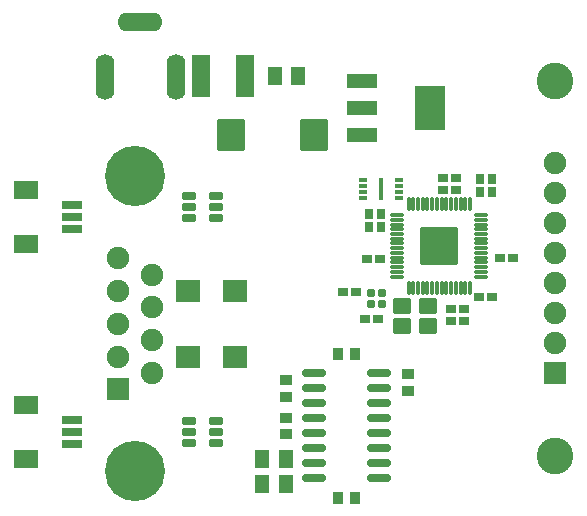
<source format=gts>
G04 Layer: TopSolderMaskLayer*
G04 EasyEDA v6.5.32, 2023-07-27 18:43:02*
G04 c15d88bf44794416bd69d8e6bd355938,5a6b42c53f6a479593ecc07194224c93,10*
G04 Gerber Generator version 0.2*
G04 Scale: 100 percent, Rotated: No, Reflected: No *
G04 Dimensions in millimeters *
G04 leading zeros omitted , absolute positions ,4 integer and 5 decimal *
%FSLAX45Y45*%
%MOMM*%

%AMMACRO1*1,1,$1,$2,$3*1,1,$1,$4,$5*1,1,$1,0-$2,0-$3*1,1,$1,0-$4,0-$5*20,1,$1,$2,$3,$4,$5,0*20,1,$1,$4,$5,0-$2,0-$3,0*20,1,$1,0-$2,0-$3,0-$4,0-$5,0*20,1,$1,0-$4,0-$5,$2,$3,0*4,1,4,$2,$3,$4,$5,0-$2,0-$3,0-$4,0-$5,$2,$3,0*%
%ADD10MACRO1,0.1016X0.4X-0.45X-0.4X-0.45*%
%ADD11MACRO1,0.1016X0.45X0.4X0.45X-0.4*%
%ADD12MACRO1,0.1016X-0.45X-0.4X-0.45X0.4*%
%ADD13MACRO1,0.1016X-1.1038X-1.296X-1.1038X1.296*%
%ADD14MACRO1,0.1016X1.1038X-1.296X1.1038X1.296*%
%ADD15MACRO1,0.1016X-0.536X-0.266X-0.536X0.266*%
%ADD16MACRO1,0.1016X-0.9X-0.9X-0.9X0.9*%
%ADD17C,1.9016*%
%ADD18MACRO1,0.1016X0.775X0.3X0.775X-0.3*%
%ADD19MACRO1,0.1016X1X0.75X1X-0.75*%
%ADD20MACRO1,0.1016X0.27X-0.395X-0.27X-0.395*%
%ADD21MACRO1,0.1016X0.27X0.395X-0.27X0.395*%
%ADD22MACRO1,0.1016X0.395X0.27X0.395X-0.27*%
%ADD23MACRO1,0.1016X-0.395X0.27X-0.395X-0.27*%
%ADD24MACRO1,0.1016X-0.27X0.395X0.27X0.395*%
%ADD25MACRO1,0.1016X-0.27X-0.395X0.27X-0.395*%
%ADD26MACRO1,0.1016X0.7X-0.6X0.7X0.6*%
%ADD27MACRO1,0.1016X-0.7X-0.6X-0.7X0.6*%
%ADD28MACRO1,0.1016X-0.7X0.6X-0.7X-0.6*%
%ADD29MACRO1,0.1016X0.7X0.6X0.7X-0.6*%
%ADD30MACRO1,0.1X-0.55X0.1X0.55X0.1*%
%ADD31MACRO1,0.1X-0.1X-0.55X-0.1X0.55*%
%ADD32MACRO1,0.1X0.55X-0.1X-0.55X-0.1*%
%ADD33MACRO1,0.1X0.1X0.55X0.1X-0.55*%
%ADD34MACRO1,0.1X-1.55X1.55X1.55X1.55*%
%ADD35MACRO1,0.1016X-0.395X-0.27X-0.395X0.27*%
%ADD36MACRO1,0.1016X0.395X-0.27X0.395X0.27*%
%ADD37MACRO1,0.1016X-0.3X0.14X0.3X0.14*%
%ADD38MACRO1,0.1016X0.15X-0.85X-0.15X-0.85*%
%ADD39MACRO1,0.1016X0.275X-0.275X-0.275X-0.275*%
%ADD40MACRO1,0.1016X0.5663X-0.6885X0.5663X0.6885*%
%ADD41MACRO1,0.1016X-0.5663X-0.6885X-0.5663X0.6885*%
%ADD42MACRO1,0.1016X-0.7033X-1.7496X-0.7033X1.7496*%
%ADD43MACRO1,0.1016X0.7033X-1.7496X0.7033X1.7496*%
%ADD44O,2.0725892000000004X0.7036053999999999*%
%ADD45MACRO1,0.1016X1X-0.9X-1X-0.9*%
%ADD46MACRO1,0.1016X-1.2325X0.525X-1.2325X-0.525*%
%ADD47MACRO1,0.1016X-1.2325X-1.77X-1.2325X1.77*%
%ADD48C,5.1016*%
%ADD49O,3.8015926X1.6015970000000002*%
%ADD50O,1.6015970000000002X3.9015924*%
%ADD51C,3.1016*%
%ADD52C,0.0167*%

%LPD*%
D10*
G01*
X43630700Y279400D03*
G01*
X43770699Y279400D03*
D11*
G01*
X43192700Y819000D03*
G01*
X43192700Y958999D03*
G01*
X43192700Y1136500D03*
G01*
X43192700Y1276499D03*
D12*
G01*
X44221400Y1327299D03*
G01*
X44221400Y1187300D03*
D10*
G01*
X43630700Y1498600D03*
G01*
X43770699Y1498600D03*
D13*
G01*
X43429524Y3352800D03*
D14*
G01*
X42727275Y3352800D03*
D15*
G01*
X42596409Y743203D03*
G01*
X42596409Y838200D03*
G01*
X42596409Y933196D03*
G01*
X42366590Y933196D03*
G01*
X42366590Y838200D03*
G01*
X42366590Y743203D03*
D16*
G01*
X45466010Y1333494D03*
D17*
G01*
X45466025Y1587500D03*
G01*
X45466025Y1841500D03*
G01*
X45466025Y2095500D03*
G01*
X45466025Y2349500D03*
G01*
X45466025Y2603500D03*
G01*
X45466025Y2857500D03*
G01*
X45466025Y3111500D03*
D15*
G01*
X42596409Y2648203D03*
G01*
X42596409Y2743200D03*
G01*
X42596409Y2838196D03*
G01*
X42366590Y2838196D03*
G01*
X42366590Y2743200D03*
G01*
X42366590Y2648203D03*
D18*
G01*
X41379851Y2754299D03*
G01*
X41379851Y2654300D03*
G01*
X41379851Y2554300D03*
D19*
G01*
X40992351Y2424299D03*
G01*
X40992351Y2884298D03*
D20*
G01*
X44830997Y2975508D03*
D21*
G01*
X44830997Y2866496D03*
D22*
G01*
X44522491Y2882902D03*
D23*
G01*
X44631503Y2882902D03*
D24*
G01*
X44932597Y2866496D03*
D25*
G01*
X44932597Y2975508D03*
D26*
G01*
X44174900Y1731111D03*
D27*
G01*
X44394899Y1731111D03*
D28*
G01*
X44394899Y1901113D03*
D29*
G01*
X44174900Y1901113D03*
D22*
G01*
X43862094Y1790700D03*
D23*
G01*
X43971105Y1790700D03*
D22*
G01*
X44585991Y1778002D03*
D23*
G01*
X44695003Y1778002D03*
D22*
G01*
X44585991Y1879602D03*
D23*
G01*
X44695003Y1879602D03*
D30*
G01*
X44133090Y2673007D03*
G01*
X44133090Y2633002D03*
G01*
X44133090Y2592997D03*
G01*
X44133090Y2552992D03*
G01*
X44133090Y2513012D03*
G01*
X44133090Y2473007D03*
G01*
X44133090Y2433002D03*
G01*
X44133090Y2392997D03*
G01*
X44133090Y2352992D03*
G01*
X44133090Y2313012D03*
G01*
X44133090Y2273007D03*
G01*
X44133090Y2233002D03*
G01*
X44133090Y2192997D03*
G01*
X44133090Y2152992D03*
D31*
G01*
X44228105Y2058004D03*
G01*
X44268085Y2058004D03*
G01*
X44308090Y2058004D03*
G01*
X44348095Y2058004D03*
G01*
X44388100Y2058004D03*
G01*
X44428105Y2058004D03*
G01*
X44468084Y2058004D03*
G01*
X44508089Y2058004D03*
G01*
X44548094Y2058004D03*
G01*
X44588099Y2058004D03*
G01*
X44628104Y2058004D03*
G01*
X44668084Y2058004D03*
G01*
X44708089Y2058004D03*
G01*
X44748094Y2058004D03*
D32*
G01*
X44843108Y2152992D03*
G01*
X44843108Y2192997D03*
G01*
X44843108Y2233002D03*
G01*
X44843108Y2273007D03*
G01*
X44843108Y2313012D03*
G01*
X44843108Y2352992D03*
G01*
X44843108Y2392997D03*
G01*
X44843108Y2433002D03*
G01*
X44843108Y2473007D03*
G01*
X44843108Y2513012D03*
G01*
X44843108Y2552992D03*
G01*
X44843108Y2592997D03*
G01*
X44843108Y2633002D03*
G01*
X44843108Y2673007D03*
D33*
G01*
X44748094Y2767995D03*
G01*
X44708089Y2767995D03*
G01*
X44668084Y2767995D03*
G01*
X44628104Y2767995D03*
G01*
X44588099Y2767995D03*
G01*
X44548094Y2767995D03*
G01*
X44508089Y2767995D03*
G01*
X44468084Y2767995D03*
G01*
X44428105Y2767995D03*
G01*
X44388100Y2767995D03*
G01*
X44348095Y2767995D03*
G01*
X44308090Y2767995D03*
G01*
X44268085Y2767995D03*
G01*
X44228105Y2767995D03*
D34*
G01*
X44488094Y2413005D03*
D35*
G01*
X44631503Y2984502D03*
D36*
G01*
X44522491Y2984502D03*
D22*
G01*
X44827291Y1981202D03*
D23*
G01*
X44936303Y1981202D03*
D22*
G01*
X45005091Y2311402D03*
D23*
G01*
X45114103Y2311402D03*
D37*
G01*
X44143538Y2820598D03*
G01*
X44143538Y2870611D03*
G01*
X44143538Y2920598D03*
G01*
X44143538Y2970611D03*
G01*
X43842056Y2820598D03*
G01*
X43842056Y2870611D03*
G01*
X43842056Y2920598D03*
G01*
X43842056Y2970611D03*
D38*
G01*
X43992794Y2895602D03*
D20*
G01*
X43992800Y2683403D03*
D21*
G01*
X43992800Y2574391D03*
D20*
G01*
X43891200Y2683403D03*
D21*
G01*
X43891200Y2574391D03*
D35*
G01*
X43983803Y2298702D03*
D36*
G01*
X43874791Y2298702D03*
D35*
G01*
X43780603Y2019302D03*
D36*
G01*
X43671591Y2019302D03*
D39*
G01*
X44002201Y1920976D03*
G01*
X44002201Y2015992D03*
G01*
X43907179Y2015997D03*
G01*
X43907180Y1920976D03*
D40*
G01*
X43096073Y3848103D03*
D41*
G01*
X43289326Y3848103D03*
D42*
G01*
X42844633Y3848100D03*
D43*
G01*
X42473966Y3848100D03*
D44*
G01*
X43427141Y1333500D03*
G01*
X43427141Y1206500D03*
G01*
X43427141Y1079500D03*
G01*
X43427141Y952500D03*
G01*
X43427141Y825500D03*
G01*
X43427141Y698500D03*
G01*
X43427141Y571500D03*
G01*
X43427141Y444500D03*
G01*
X43974258Y1333500D03*
G01*
X43974258Y1206500D03*
G01*
X43974258Y1079500D03*
G01*
X43974258Y952500D03*
G01*
X43974258Y825500D03*
G01*
X43974258Y698500D03*
G01*
X43974258Y571500D03*
G01*
X43974258Y444500D03*
D45*
G01*
X42757699Y2032000D03*
G01*
X42357700Y2032000D03*
G01*
X42757699Y1473200D03*
G01*
X42357700Y1473200D03*
D41*
G01*
X43191104Y609600D03*
D40*
G01*
X42991095Y609600D03*
D41*
G01*
X43191104Y393700D03*
D40*
G01*
X42991095Y393700D03*
D18*
G01*
X41379851Y938199D03*
G01*
X41379851Y838200D03*
G01*
X41379851Y738200D03*
D19*
G01*
X40992351Y608199D03*
G01*
X40992351Y1068198D03*
D46*
G01*
X43834050Y3811399D03*
G01*
X43834050Y3581400D03*
G01*
X43834050Y3351400D03*
D47*
G01*
X44405550Y3581400D03*
D17*
G01*
X41768003Y1752574D03*
D48*
G01*
X41909964Y502615D03*
D16*
G01*
X41768003Y1198575D03*
D17*
G01*
X41768003Y1475562D03*
G01*
X41768003Y2029561D03*
G01*
X41767978Y2306573D03*
G01*
X42052001Y1337081D03*
G01*
X42052001Y1614068D03*
G01*
X42052001Y1891080D03*
G01*
X42052001Y2168067D03*
D48*
G01*
X41909964Y3002610D03*
D49*
G01*
X41955999Y4309237D03*
D50*
G01*
X41660825Y3844162D03*
G01*
X42260774Y3844162D03*
D51*
G01*
X45466000Y635000D03*
G01*
X45466000Y3810000D03*
M02*

</source>
